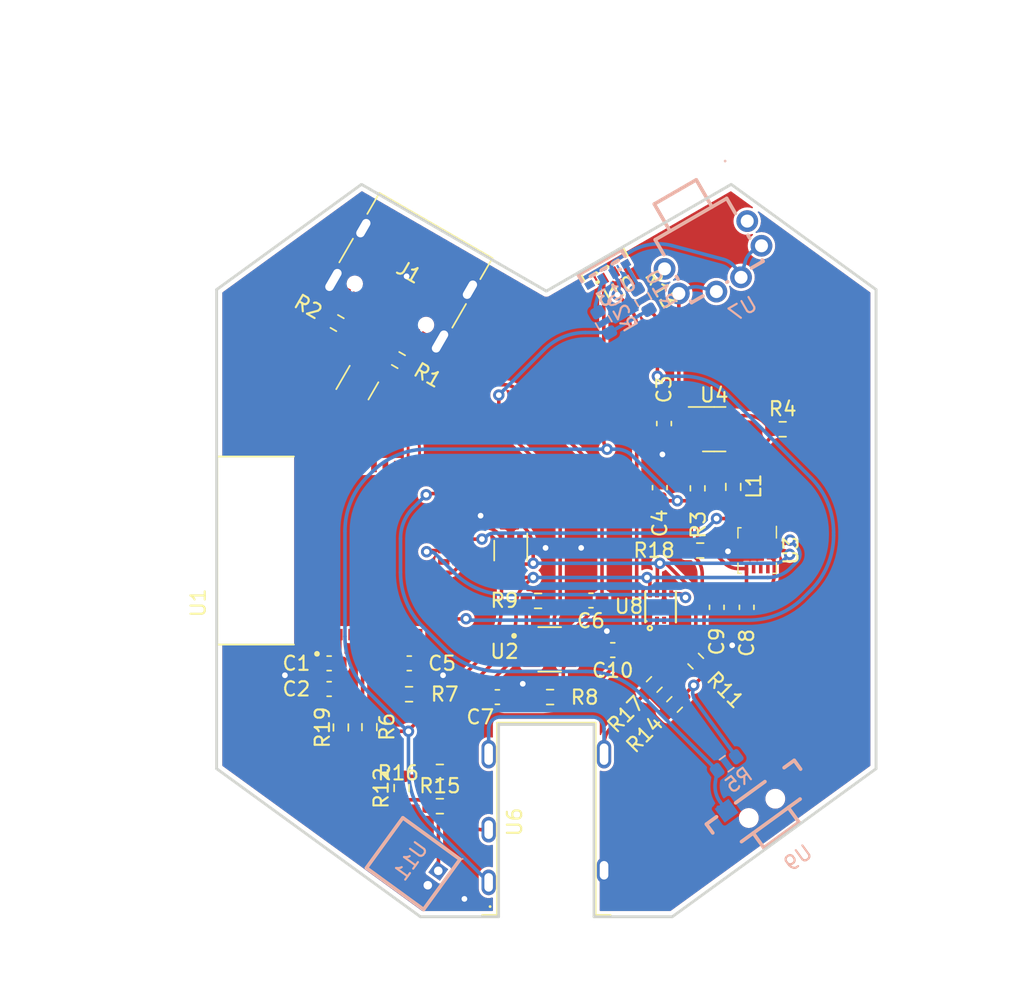
<source format=kicad_pcb>
(kicad_pcb (version 20221018) (generator pcbnew)
  (layers (0 "F.Cu" signal) (31 "B.Cu" signal) (34 "B.Paste" user) (35 "F.Paste" user) (36 "B.SilkS" user "B.Silkscreen") (37 "F.SilkS" user "F.Silkscreen") (38 "B.Mask" user) (39 "F.Mask" user) (44 "Edge.Cuts" user))
  (net 0 "")
  (net 1 "+3V3")
  (net 2 "GND")
  (net 3 "VCC")
  (net 4 "/EN")
  (net 5 "VBUS")
  (net 6 "/VCC_RAW")
  (net 7 "/STATUS_LED")
  (net 8 "Net-(J1-CC1)")
  (net 9 "/USB_D+")
  (net 10 "/USB_D-")
  (net 12 "Net-(J1-CC2)")
  (net 14 "/SCL")
  (net 15 "/BMI_INT_AUX")
  (net 16 "/SDA")
  (net 17 "Net-(U4-SW)")
  (net 18 "Net-(U4-FB)")
  (net 19 "/BOOT")
  (net 20 "/GPIO2")
  (net 21 "Net-(U2-ISET)")
  (net 22 "Net-(U2-TS)")
  (net 24 "/ADC")
  (net 31 "/BMI_INT_MAIN")
  (net 51 "Net-(R14-Pad2)")
  (net 52 "Net-(R15-Pad2)")
  (net 55 "/GPIO4")
  (net 56 "Net-(U1-3V3)")
  (net 57 "Net-(U3-VDD)")
  (net 61 "Net-(U2-~{CHG})")
  (net 62 "Net-(R10-Pad2)")
  (net 63 "Net-(R13-Pad1)")
  (net 64 "Net-(R20-Pad2)")
  (footprint "Resistor_SMD:R_0603_1608Metric" (layer "F.Cu") (at 128.70979 112.752935 180)
    (fp_text reference "R7")
    (fp_text value "5k1")
  )
  (footprint "Capacitor_SMD:C_0603_1608Metric" (layer "F.Cu") (at 150.30979 106.652936 -90)
    (fp_text reference "C9")
    (fp_text value "100n")
  )
  (footprint "Resistor_SMD:R_0603_1608Metric" (layer "F.Cu") (at 154.934789 94.152936)
    (fp_text reference "R4")
    (fp_text value "150k")
  )
  (footprint "Capacitor_SMD:C_0603_1608Metric" (layer "F.Cu") (at 123.100286 112.38619 180)
    (fp_text reference "C2")
    (fp_text value "1u")
  )
  (footprint "Resistor_SMD:R_0603_1608Metric" (layer "F.Cu") (at 147.347503 113.470534 -135)
    (fp_text reference "R14")
    (fp_text value "4k7")
  )
  (footprint "AUDIO-TH_ST-0277D00-052-142:AUDIO-TH_ST-0277D00-052-142" (layer "F.Cu") (at 138.346577 121.461182 90)
    (fp_text reference "U6")
    (fp_text value "ST-0277D00-052-142" hide)
  )
  (footprint "Resistor_SMD:R_0603_1608Metric" (layer "F.Cu") (at 151.467007 98.199357 90)
    (fp_text reference "R3")
    (fp_text value "680k")
  )
  (footprint "Resistor_SMD:R_0603_1608Metric" (layer "F.Cu") (at 128.184914 119.339515 90)
    (fp_text reference "R12")
    (fp_text value "5k1")
  )
  (footprint "Resistor_SMD:R_0603_1608Metric" (layer "F.Cu") (at 123.925284 115.086172 90)
    (fp_text reference "R19")
    (fp_text value "220")
  )
  (footprint "Resistor_SMD:R_0603_1608Metric" (layer "F.Cu") (at 138.609787 112.952931)
    (fp_text reference "R8")
    (fp_text value "680R" hide)
  )
  (footprint "Inductor_SMD:L_0603_1608Metric_Pad1.05x0.95mm_HandSolder" (layer "F.Cu") (at 148.966994 98.299366 -90)
    (fp_text reference "L1")
    (fp_text value "2.2uH")
  )
  (footprint "Resistor_SMD:R_0603_1608Metric" (layer "F.Cu") (at 148.83242 110.429976 135)
    (fp_text reference "R11")
    (fp_text value "5k1")
  )
  (footprint "Resistor_SMD:R_0603_1608Metric" (layer "F.Cu") (at 127.963191 89.298344 -30)
    (fp_text reference "R1")
    (fp_text value "5k1")
  )
  (footprint "LED-SMD_FM-3510RGBA-SG:LED-SMD_FM-3510RGBA-SG" (layer "F.Cu") (at 142.685492 83.33096 30)
    (fp_text reference "U10")
    (fp_text value "FM-3510RGBA-SG")
  )
  (footprint "Capacitor_SMD:C_0603_1608Metric" (layer "F.Cu") (at 146.309782 98.252937 90)
    (fp_text reference "C4")
    (fp_text value "10u")
  )
  (footprint "Resistor_SMD:R_0603_1608Metric" (layer "F.Cu") (at 137.767004 106.199348 180)
    (fp_text reference "R9")
    (fp_text value "10k")
  )
  (footprint "Resistor_SMD:R_0603_1608Metric" (layer "F.Cu") (at 130.871921 120.612314)
    (fp_text reference "R15")
    (fp_text value "4k7")
  )
  (footprint "Capacitor_SMD:C_0603_1608Metric" (layer "F.Cu") (at 152.409784 106.652938 -90)
    (fp_text reference "C8")
    (fp_text value "100n")
  )
  (footprint "Capacitor_SMD:C_0603_1608Metric" (layer "F.Cu") (at 134.909782 112.952935)
    (fp_text reference "C7")
    (fp_text value "1u")
  )
  (footprint "CosmicLSM_Footprints:SOT-363_SC-70-6" (layer "F.Cu") (at 135.846574 102.667177 -90)
    (fp_text reference "U5" hide)
    (fp_text value "SMF05CT1G" hide)
  )
  (footprint "Package_LGA:Bosch_LGA-14_3x2.5mm_P0.5mm" (layer "F.Cu") (at 153.146559 102.667178 -90)
    (fp_text reference "U3")
    (fp_text value "BMI270")
  )
  (footprint "Capacitor_SMD:C_0603_1608Metric" (layer "F.Cu") (at 146.609785 93.75293 -90)
    (fp_text reference "C3")
    (fp_text value "4.7u")
  )
  (footprint "DFN-8_L2.0-W2.0-P0.50-BL-EP:DFN-8_L2.0-W2.0-P0.50-BL-EP" (layer "F.Cu") (at 146.364809 106.632434)
    (fp_text reference "U8")
    (fp_text value "MAX17048G+T10")
  )
  (footprint "CosmicLSM_Footprints:SOT-363_SC-70-6" (layer "F.Cu") (at 125.202532 90.879929 60)
    (fp_text reference "U12" hide)
    (fp_text value "SMF05CT1G" hide)
  )
  (footprint "ESP32-C3-Mini-1-N4:XCVR_ESP32-C3-MINI-1-N4" (layer "F.Cu") (at 123.546546 102.667191 90)
    (fp_text reference "U1")
    (fp_text value "ESP32-C3-MINI-1-N4")
  )
  (footprint "Resistor_SMD:R_0603_1608Metric" (layer "F.Cu") (at 149.146559 102.667202)
    (fp_text reference "R18")
    (fp_text value "220")
  )
  (footprint "BQ21040DBVR:SOT95P280X145-6N" (layer "F.Cu") (at 138.579605 109.602335)
    (fp_text reference "U2")
    (fp_text value "BQ21040DBVR" hide)
  )
  (footprint "Capacitor_SMD:C_0603_1608Metric" (layer "F.Cu") (at 143.009791 109.652932 180)
    (fp_text reference "C10")
    (fp_text value "0.1u")
  )
  (footprint "Resistor_SMD:R_0603_1608Metric" (layer "F.Cu") (at 145.14387 85.048824 -60)
    (fp_text reference "R13")
    (fp_text value "3k")
  )
  (footprint "Resistor_SMD:R_0603_1608Metric" (layer "F.Cu") (at 130.871925 118.208158)
    (fp_text reference "R16")
    (fp_text value "220")
  )
  (footprint "Capacitor_SMD:C_0603_1608Metric" (layer "F.Cu") (at 128.725309 110.58618)
    (fp_text reference "C5")
    (fp_text value "1u")
  )
  (footprint "Capacitor_SMD:C_0603_1608Metric" (layer "F.Cu") (at 141.479135 106.171527 180)
    (fp_text reference "C6")
    (fp_text value "4.7u")
  )
  (footprint "Capacitor_SMD:C_0603_1608Metric" (layer "F.Cu") (at 123.100301 110.58619 180)
    (fp_text reference "C1")
    (fp_text value "100n")
  )
  (footprint "Resistor_SMD:R_0603_1608Metric" (layer "F.Cu") (at 145.92216 112.067454 -135)
    (fp_text reference "R17")
    (fp_text value "220")
  )
  (footprint "Resistor_SMD:R_0603_1608Metric" (layer "F.Cu") (at 125.92529 115.061181 -90)
    (fp_text reference "R6")
    (fp_text value "5k1")
  )
  (footprint "Package_TO_SOT_SMD:SOT-23-5" (layer "F.Cu") (at 150.129502 94.149353)
    (fp_text reference "U4")
    (fp_text value "M3406")
  )
  (footprint "Connector_USB:USB_C_Receptacle_G-Switch_GT-USB-7010ASV" (layer "F.Cu") (at 128.704167 83.12662 150)
    (fp_text reference "J1")
    (fp_text value "USB_C_Receptacle_USB2.0")
  )
  (footprint "Resistor_SMD:R_0603_1608Metric" (layer "F.Cu") (at 123.661404 86.699255 150)
    (fp_text reference "R2")
    (fp_text value "5k1")
  )
  (footprint "SW-SMD_YTSB001XXXX:SW-SMD_YTSB001XXXX" (layer "B.Cu") (at 153.242132 120.44404 36)
    (fp_text reference "U9")
    (fp_text value "TSB001A3526A02")
  )
  (footprint "LED-SMD_FM-3510RGBA-SG:LED-SMD_FM-3510RGBA-SG" (layer "B.Cu") (at 142.685492 83.33096 -150)
    (fp_text reference "U13")
    (fp_text value "FM-3510RGBA-SG")
  )
  (footprint "SW-TH_TK-6580A8-1:SW-TH_TK-6580A8-1" (layer "B.Cu") (at 150.34767 82.602256 30)
    (fp_text reference "U7")
    (fp_text value "TK-6580A8-1")
  )
  (footprint "Resistor_SMD:R_0603_1608Metric" (layer "B.Cu") (at 142.372597 86.648814 120)
    (fp_text reference "R20")
    (fp_text value "3k")
  )
  (footprint "Resistor_SMD:R_0603_1608Metric" (layer "B.Cu") (at 151.004468 117.62912 36)
    (fp_text reference "R5")
    (fp_text value "5k1")
  )
  (footprint "CONN-TH_1.25T-2AW:CONN-TH_1.25T-2AW" (layer "B.Cu") (at 130.392632 125.655563 -126)
    (fp_text reference "U11")
    (fp_text value "1_25T-2AW_C722634")
  )
  (footprint "Resistor_SMD:R_0603_1608Metric" (layer "B.Cu") (at 145.14387 85.048824 120)
    (fp_text reference "R10")
    (fp_text value "3k")
  )
  (gr_line (start 147.187063 128.373041) (end 161.491298 117.980419) (stroke (width 0.2)) (layer "Edge.Cuts"))
  (gr_line (start 141.69655 114.873046) (end 141.696547 128.373041) (stroke (width 0.2)) (layer "Edge.Cuts"))
  (gr_line (start 141.696547 128.373041) (end 147.187063 128.373041) (stroke (width 0.2)) (layer "Edge.Cuts"))
  (gr_line (start 151.322898 76.961337) (end 138.346556 84.45321) (stroke (width 0.2)) (layer "Edge.Cuts"))
  (gr_line (start 138.346556 84.45321) (end 125.370224 76.961326) (stroke (width 0.2)) (layer "Edge.Cuts"))
  (gr_line (start 115.201799 84.349101) (end 115.201805 117.98041) (stroke (width 0.2)) (layer "Edge.Cuts"))
  (gr_line (start 161.491298 117.980419) (end 161.491291 84.349117) (stroke (width 0.2)) (layer "Edge.Cuts"))
  (gr_line (start 134.996563 114.873035) (end 141.69655 114.873046) (stroke (width 0.2)) (layer "Edge.Cuts"))
  (gr_line (start 161.491291 84.349117) (end 151.322898 76.961337) (stroke (width 0.2)) (layer "Edge.Cuts"))
  (gr_line (start 134.996555 128.373035) (end 134.996563 114.873035) (stroke (width 0.2)) (layer "Edge.Cuts"))
  (gr_line (start 125.370224 76.961326) (end 115.201799 84.349101) (stroke (width 0.2)) (layer "Edge.Cuts"))
  (gr_line (start 115.201805 117.98041) (end 129.506052 128.373049) (stroke (width 0.2)) (layer "Edge.Cuts"))
  (gr_line (start 129.506052 128.373049) (end 134.996555 128.373035) (stroke (width 0.2)) (layer "Edge.Cuts"))
  (segment (start 148.80565 103.151284) (end 148.321563 102.667192) (width 0.25) (layer "F.Cu") (net 1))
  (segment (start 128.667006 115.352933) (end 126.587872 115.352933) (width 0.25) (layer "F.Cu") (net 1))
  (segment (start 133.655835 110.306886) (end 130.809784 113.152937) (width 0.25) (layer "F.Cu") (net 1))
  (segment (start 148.966994 101.609937) (end 148.966994 99.174366) (width 0.25) (layer "F.Cu") (net 1))
  (segment (start 148.657328 102.357536) (end 148.356892 102.657972) (width 0.25) (layer "F.Cu") (net 1))
  (segment (start 148.966998 99.280418) (end 148.966991 99.413633) (width 0.25) (layer "F.Cu") (net 1))
  (segment (start 149.278291 111.539735) (end 148.69101 112.127032) (width 0.25) (layer "F.Cu") (net 1))
  (segment (start 149.223061 99.024361) (end 151.466999 99.024367) (width 0.25) (layer "F.Cu") (net 1))
  (segment (start 129.282488 120.164522) (end 128.184921 120.164518) (width 0.25) (layer "F.Cu") (net 1))
  (segment (start 135.196572 104.408271) (end 135.19657 104.210496) (width 0.25) (layer "F.Cu") (net 1))
  (segment (start 125.925301 116.895536) (end 125.925302 115.886172) (width 0.25) (layer "F.Cu") (net 1))
  (segment (start 135.196576 106.587209) (end 135.196576 105.199372) (width 0.25) (layer "F.Cu") (net 1))
  (segment (start 126.639029 118.618627) (end 128.184921 120.164518) (width 0.25) (layer "F.Cu") (net 1))
  (segment (start 135.196566 103.814946) (end 135.196563 103.617171) (width 0.25) (layer "F.Cu") (net 1))
  (segment (start 142.378908 94.988075) (end 142.378905 83.580117) (width 0.25) (layer "F.Cu") (net 1))
  (segment (start 149.415793 111.207786) (end 149.415799 111.013336) (width 0.25) (layer "F.Cu") (net 1))
  (segment (start 148.334611 102.667202) (end 148.321559 102.667202) (width 0.25) (layer "F.Cu") (net 1))
  (segment (start 130.009785 113.952936) (end 128.687228 115.275492) (width 0.25) (layer "F.Cu") (net 1))
  (segment (start 128.667003 115.324326) (end 128.667006 115.352933) (width 0.25) (layer "F.Cu") (net 1))
  (segment (start 149.289736 105.7273) (end 149.289737 104.319982) (width 0.25) (layer "F.Cu") (net 1))
  (segment (start 129.572283 112.752936) (end 129.534779 112.752936) (width 0.25) (layer "F.Cu") (net 1))
  (segment (start 153.746026 100.828376) (end 152.109944 99.192294) (width 0.25) (layer "F.Cu") (net 1))
  (segment (start 135.196566 103.814946) (end 135.19657 104.210496) (width 0.25) (layer "F.Cu") (net 1))
  (segment (start 153.696268 105.844269) (end 153.617081 105.923455) (width 0.25) (layer "F.Cu") (net 1))
  (segment (start 126.119358 115.546996) (end 125.976598 115.689754) (width 0.25) (layer "F.Cu") (net 1))
  (segment (start 125.912798 115.898678) (end 125.925302 115.886174) (width 0.25) (layer "F.Cu") (net 1))
  (segment (start 129.823022 120.388419) (end 130.046919 120.612314) (width 0.25) (layer "F.Cu") (net 1))
  (segment (start 142.544346 95.38749) (end 142.709784 95.552935) (width 0.25) (layer "F.Cu") (net 1))
  (segment (start 148.69101 112.127032) (end 147.93086 112.887167) (width 0.25) (layer "F.Cu") (net 1))
  (segment (start 154.346556 104.274331) (end 154.346555 103.487264) (width 0.25) (layer "F.Cu") (net 1))
  (segment (start 130.009786 113.152936) (end 129.636306 112.779455) (width 0.25) (layer "F.Cu") (net 1))
  (segment (start 146.383008 99.101147) (end 146.309797 99.027924) (width 0.25) (layer "F.Cu") (net 1))
  (segment (start 135.196572 104.408271) (end 135.196576 105.199372) (width 0.25) (layer "F.Cu") (net 1))
  (segment (start 153.896559 101.191793) (end 153.896559 101.404678) (width 0.25) (layer "F.Cu") (net 1))
  (segment (start 130.009785 113.952936) (end 130.809784 113.152937) (width 0.25) (layer "F.Cu") (net 1))
  (segment (start 146.559763 99.17437) (end 148.967002 99.174368) (width 0.25) (layer "F.Cu") (net 1))
  (segment (start 125.88261 115.911181) (end 123.925305 115.911158) (width 0.25) (layer "F.Cu") (net 1))
  (segment (start 154.252805 103.260932) (end 154.159056 103.167182) (width 0.25) (layer "F.Cu") (net 1))
  (segment (start 149.415794 107.363389) (end 149.415803 111.013335) (width 0.25) (layer "F.Cu") (net 1))
  (segment (start 151.704507 99.024357) (end 151.467007 99.024357) (width 0.25) (layer "F.Cu") (net 1))
  (segment (start 125.925296 115.813616) (end 125.9253 115.886173) (width 0.25) (layer "F.Cu") (net 1))
  (segment (start 149.623877 106.444845) (end 149.560852 106.381821) (width 0.25) (layer "F.Cu") (net 1))
  (segment (start 150.126248 106.652931) (end 151.855968 106.652931) (width 0.25) (layer "F.Cu") (net 1))
  (via (at 147.541256 99.173609) (size 0.8) (drill 0.4) (layers "F.Cu" "B.Cu") (net 1))
  (via (at 148.69101 112.127032) (size 0.8) (drill 0.4) (layers "F.Cu" "B.Cu") (net 1))
  (via (at 128.667006 115.352933) (size 0.8) (drill 0.4) (layers "F.Cu" "B.Cu") (net 1))
  (via (at 142.609784 95.55293) (size 0.8) (drill 0.4) (layers "F.Cu" "B.Cu") (net 1))
  (arc (start 148.80565 103.151284) (mid 149.163927 103.687487) (end 149.289737 104.319982) (width 0.25) (layer "F.Cu") (net 1))
  (arc (start 149.289736 105.7273) (mid 149.360196 106.081525) (end 149.560852 106.381821) (width 0.25) (layer "F.Cu") (net 1))
  (arc (start 125.912798 115.898678) (mid 125.898947 115.907932) (end 125.88261 115.911181) (width 0.25) (layer "F.Cu") (net 1))
  (arc (start 151.855968 106.652931) (mid 152.809075 106.463346) (end 153.617081 105.923455) (width 0.25) (layer "F.Cu") (net 1))
  (arc (start 129.282488 120.164522) (mid 129.575022 120.222711) (end 129.823022 120.388419) (width 0.25) (layer "F.Cu") (net 1))
  (arc (start 130.809784 113.152937) (mid 130.409785 113.318622) (end 130.009786 113.152936) (width 0.25) (layer "F.Cu") (net 1))
  (arc (start 150.126248 106.652931) (mid 149.854368 106.707011) (end 149.623881 106.86102) (width 0.25) (layer "F.Cu") (net 1))
  (arc (start 152.109944 99.192294) (mid 151.923928 99.068002) (end 151.704507 99.024357) (width 0.25) (layer "F.Cu") (net 1))
  (arc (start 129.572283 112.752936) (mid 129.606932 112.759828) (end 129.636306 112.779455) (width 0.25) (layer "F.Cu") (net 1))
  (arc (start 154.252805 103.260932) (mid 154.32219 103.364774) (end 154.346555 103.487264) (width 0.25) (layer "F.Cu") (net 1))
  (arc (start 149.415794 107.363389) (mid 149.469874 107.091509) (end 149.623881 106.86102) (width 0.25) (layer "F.Cu") (net 1))
  (arc (start 153.746026 100.828376) (mid 153.857436 100.995113) (end 153.896559 101.191793) (width 0.25) (layer "F.Cu") (net 1))
  (arc (start 146.383008 99.101147) (mid 146.464102 99.15534) (end 146.559763 99.17437) (width 0.25) (layer "F.Cu") (net 1))
  (arc (start 142.378908 94.988075) (mid 142.421904 95.204235) (end 142.544346 95.38749) (width 0.25) (layer "F.Cu") (net 1))
  (arc (start 148.966994 101.609937) (mid 148.886514 102.014534) (end 148.657328 102.357536) (width 0.25) (layer "F.Cu") (net 1))
  (arc (start 149.042001 99.099358) (mid 149.125072 99.043852) (end 149.223061 99.024361) (width 0.25) (layer "F.Cu") (net 1))
  (arc (start 154.346556 104.274331) (mid 154.177553 105.123975) (end 153.696268 105.844269) (width 0.25) (layer "F.Cu") (net 1))
  (arc (start 149.042001 99.099358) (mid 148.986493 99.182429) (end 148.966998 99.280418) (width 0.25) (layer "F.Cu") (net 1))
  (arc (start 126.639029 118.618627) (mid 126.110792 117.828066) (end 125.925301 116.895536) (width 0.25) (layer "F.Cu") (net 1))
  (arc (start 148.334611 102.667202) (mid 148.346669 102.664803) (end 148.356892 102.657972) (width 0.25) (layer "F.Cu") (net 1))
  (arc (start 149.278291 111.539735) (mid 149.380054 111.387435) (end 149.415793 111.207786) (width 0.25) (layer "F.Cu") (net 1))
  (arc (start 128.667003 115.324326) (mid 128.672258 115.297897) (end 128.687228 115.275492) (width 0.25) (layer "F.Cu") (net 1))
  (arc (start 126.119358 115.546996) (mid 126.334314 115.403368) (end 126.587872 115.352933) (width 0.25) (layer "F.Cu") (net 1))
  (arc (start 125.925296 115.813616) (mid 125.938627 115.746582) (end 125.976598 115.689754) (width 0.25) (layer "F.Cu") (net 1))
  (arc (start 149.623877 106.444845) (mid 149.710072 106.652931) (end 149.623881 106.86102) (width 0.25) (layer "F.Cu") (net 1))
  (arc (start 135.196576 106.587209) (mid 134.79615 108.600283) (end 133.655835 110.306886) (width 0.25) (layer "F.Cu") (net 1))
  (arc (start 149.623877 106.444845) (mid 149.854367 106.598851) (end 150.126248 106.652931) (width 0.25) (layer "F.Cu") (net 1))
  (arc (start 130.009785 113.952936) (mid 130.17547 113.552936) (end 130.009786 113.152936) (width 0.25) (layer "F.Cu") (net 1))
  (segment (start 148.79548 113.185136) (end 151.671902 117.144195) (width 0.25) (layer "B.Cu") (net 1))
  (segment (start 135.368089 95.552933) (end 136.074502 95.552933) (width 0.25) (layer "B.Cu") (net 1))
  (segment (start 147.541256 99.173609) (end 147.541256 99.173602) (width 0.25) (layer "B.Cu") (net 1))
  (segment (start 130.260798 121.925443) (end 134.296524 125.961185) (width 0.25) (layer "B.Cu") (net 1))
  (segment (start 129.96375 95.552931) (end 131.765196 95.552932) (width 0.25) (layer "B.Cu") (net 1))
  (segment (start 142.609784 95.55293) (end 143.265185 95.552931) (width 0.25) (layer "B.Cu") (net 1))
  (segment (start 140.431357 95.552931) (end 136.074502 95.552933) (width 0.25) (layer "B.Cu") (net 1))
  (segment (start 148.631562 112.502366) (end 148.69101 112.127032) (width 0.25) (layer "B.Cu") (net 1))
  (segment (start 128.667006 115.352933) (end 128.638396 115.352932) (width 0.25) (layer "B.Cu") (net 1))
  (segment (start 142.609784 95.55293) (end 140.431357 95.552931) (width 0.25) (layer "B.Cu") (net 1))
  (segment (start 147.541256 99.173602) (end 144.384024 96.01637) (width 0.25) (layer "B.Cu") (net 1))
  (segment (start 128.589557 115.332701) (end 125.803579 112.546725) (width 0.25) (layer "B.Cu") (net 1))
  (segment (start 125.803577 97.459138) (end 126.115993 97.146721) (width 0.25) (layer "B.Cu") (net 1))
  (segment (start 131.765196 95.552932) (end 135.368089 95.552933) (width 0.25) (layer "B.Cu") (net 1))
  (segment (start 128.667006 115.352933) (end 128.667007 118.077683) (width 0.25) (layer "B.Cu") (net 1))
  (segment (start 124.209784 101.306894) (end 124.209785 108.698969) (width 0.25) (layer "B.Cu") (net 1))
  (arc (start 128.667007 118.077683) (mid 129.08122 120.160074) (end 130.260798 121.925443) (width 0.25) (layer "B.Cu") (net 1))
  (arc (start 148.79548 113.185136) (mid 148.645615 112.860053) (end 148.631562 112.502366) (width 0.25) (layer "B.Cu") (net 1))
  (arc (start 129.96375 95.552931) (mid 127.881359 95.967143) (end 126.115993 97.146721) (width 0.25) (layer "B.Cu") (net 1))
  (arc (start 124.209784 101.306894) (mid 124.623997 99.224503) (end 125.803577 97.459138) (width 0.25) (layer "B.Cu") (net 1))
  (arc (start 124.209785 108.698969) (mid 124.623999 110.781359) (end 125.803579 112.546725) (width 0.25) (layer "B.Cu") (net 1))
  (arc (start 128.589557 115.332701) (mid 128.611964 115.347673) (end 128.638396 115.352932) (width 0.25) (layer "B.Cu") (net 1))
  (arc (start 144.384024 96.01637) (mid 143.870696 95.673375) (end 143.265185 95.552931) (width 0.25) (layer "B.Cu") (net 1))
  (via (at 132.594619 127.120246) (size 0.8) (drill 0.4) (layers "F.Cu" "B.Cu") (net 2))
  (via (at 151.094619 102.720246) (size 0.8) (drill 0.4) (layers "F.Cu" "B.Cu") (net 2))
  (via (at 138.291298 102.480419) (size 0.8) (drill 0.4) (layers "F.Cu" "B.Cu") (net 2))
  (via (at 128.536667 83.416738) (size 0.8) (drill 0.4) (layers "F.Cu" "B.Cu") (net 2))
  (via (at 151.394619 109.320246) (size 0.8) (drill 0.4) (layers "F.Cu" "B.Cu") (net 2))
  (via (at 119.994619 111.420246) (size 0.8) (drill 0.4) (layers "F.Cu" "B.Cu") (net 2))
  (via (at 136.691298 112.020419) (size 0.8) (drill 0.4) (layers "F.Cu" "B.Cu") (net 2))
  (via (at 133.731298 100.220246) (size 0.8) (drill 0.4) (layers "F.Cu" "B.Cu") (net 2))
  (via (at 140.791298 102.480419) (size 0.8) (drill 0.4) (layers "F.Cu" "B.Cu") (net 2))
  (via (at 146.494619 95.920246) (size 0.8) (drill 0.4) (layers "F.Cu" "B.Cu") (net 2))
  (via (at 142.594619 108.320246) (size 0.8) (drill 0.4) (layers "F.Cu" "B.Cu") (net 2))
  (via (at 131.094619 111.420246) (size 0.8) (drill 0.4) (layers "F.Cu" "B.Cu") (net 2))
  (segment (start 149.905643 93.438004) (end 151.160939 94.693293) (width 0.25) (layer "F.Cu") (net 3))
  (segment (start 148.654503 93.199355) (end 149.329501 93.199354) (width 0.25) (layer "F.Cu") (net 3))
  (segment (start 147.646552 90.902531) (end 147.646549 84.623803) (width 0.25) (layer "F.Cu") (net 3))
  (segment (start 146.720495 93.088645) (end 146.609783 92.977936) (width 0.25) (layer "F.Cu") (net 3))
  (segment (start 148.753354 92.960709) (end 148.319276 92.526631) (width 0.25) (layer "F.Cu") (net 3))
  (segment (start 151.267004 94.949356) (end 151.267004 95.099355) (width 0.25) (layer "F.Cu") (net 3))
  (segment (start 148.654503 93.199355) (end 146.987776 93.199355) (width 0.25) (layer "F.Cu") (net 3))
  (arc (start 151.267004 94.949356) (mid 151.239439 94.810775) (end 151.160939 94.693293) (width 0.25) (layer "F.Cu") (net 3))
  (arc (start 148.654503 93.199355) (mid 148.783657 93.113056) (end 148.753354 92.960709) (width 0.25) (layer "F.Cu") (net 3))
  (arc (start 148.753354 92.960709) (mid 149.017691 93.137332) (end 149.329501 93.199354) (width 0.25) (layer "F.Cu") (net 3))
  (arc (start 146.987776 93.199355) (mid 146.843125 93.170582) (end 146.720495 93.088645) (width 0.25) (layer "F.Cu") (net 3))
  (arc (start 149.905643 93.438004) (mid 149.641306 93.261379) (end 149.329501 93.199354) (width 0.25) (layer "F.Cu") (net 3))
  (arc (start 148.319276 92.526631) (mid 147.821387 91.781487) (end 147.646552 90.902531) (width 0.25) (layer "F.Cu") (net 3))
  (segment (start 147.782412 84.487934) (end 147.646547 84.623795) (width 0.25) (layer "B.Cu") (net 3))
  (segment (start 149.198035 84.197587) (end 150.281664 84.487942) (width 0.25) (layer "B.Cu") (net 3))
  (segment (start 148.144563 84.336279) (end 147.646551 84.623804) (width 0.25) (layer "B.Cu") (net 3))
  (arc (start 149.198035 84.197587) (mid 148.657505 84.162159) (end 148.144563 84.336279) (width 0.25) (layer "B.Cu") (net 3))
  (segment (start 127.917547 112.72017) (end 127.884785 112.752928) (width 0.25) (layer "F.Cu") (net 4))
  (segment (start 127.950308 112.641083) (end 127.950305 110.586181) (width 0.25) (layer "F.Cu") (net 4))
  (segment (start 127.898425 110.534318) (end 127.950294 110.586188) (width 0.25) (layer "F.Cu") (net 4))
  (segment (start 127.846557 110.409093) (end 127.846558 108.567193) (width 0.25) (layer "F.Cu") (net 4))
  (arc (start 127.917547 112.72017) (mid 127.941794 112.683885) (end 127.950308 112.641083) (width 0.25) (layer "F.Cu") (net 4))
  (arc (start 127.898425 110.534318) (mid 127.860037 110.476864) (end 127.846557 110.409093) (width 0.25) (layer "F.Cu") (net 4))
  (segment (start 142.254142 99.551239) (end 142.254135 106.23281) (width 0.25) (layer "F.Cu") (net 5))
  (segment (start 124.918212 84.88409) (end 124.763215 85.152549) (width 0.25) (layer "F.Cu") (net 5))
  (segment (start 136.435677 91.478821) (end 140.66035 95.703486) (width 0.25) (layer "F.Cu") (net 5))
  (segment (start 128.029012 90.601797) (end 127.930804 90.503588) (width 0.25) (layer "F.Cu") (net 5))
  (segment (start 126.859164 90.216427) (end 126.240449 90.382196) (width 0.25) (layer "F.Cu") (net 5))
  (segment (start 129.149902 86.716196) (end 129.097454 86.520455) (width 0.25) (layer "F.Cu") (net 5))
  (segment (start 128.920119 87.552563) (end 128.610118 88.0895) (width 0.25) (layer "F.Cu") (net 5))
  (segment (start 135.347136 91.027932) (end 134.797876 91.027931) (width 0.25) (layer "F.Cu") (net 5))
  (segment (start 129.075124 87.284097) (end 128.920119 87.552563) (width 0.25) (layer "F.Cu") (net 5))
  (segment (start 128.610118 88.0895) (end 127.79814 89.495932) (width 0.25) (layer "F.Cu") (net 5))
  (segment (start 142.254135 106.23281) (end 139.834605 108.652338) (width 0.25) (layer "F.Cu") (net 5))
  (segment (start 128.520804 85.768952) (end 126.507517 84.606591) (width 0.25) (layer "F.Cu") (net 5))
  (segment (start 134.496084 91.152936) (end 129.359571 91.152936) (width 0.25) (layer "F.Cu") (net 5))
  (segment (start 125.372636 84.535401) (end 125.568382 84.482951) (width 0.25) (layer "F.Cu") (net 5))
  (arc (start 129.359571 91.152936) (mid 128.639477 91.009699) (end 128.029012 90.601797) (width 0.25) (layer "F.Cu") (net 5))
  (arc (start 126.859164 90.216427) (mid 127.400313 89.949571) (end 127.79814 89.495932) (width 0.25) (layer "F.Cu") (net 5))
  (arc (start 128.520804 85.768952) (mid 128.883871 86.087351) (end 129.097454 86.520455) (width 0.25) (layer "F.Cu") (net 5))
  (arc (start 134.496084 91.152936) (mid 134.577748 91.136691) (end 134.64698 91.090433) (width 0.25) (layer "F.Cu") (net 5))
  (arc (start 127.930804 90.503588) (mid 127.693448 90.022276) (end 127.79814 89.495932) (width 0.25) (layer "F.Cu") (net 5))
  (arc (start 134.797876 91.027931) (mid 134.716212 91.044174) (end 134.64698 91.090433) (width 0.25) (layer "F.Cu") (net 5))
  (arc (start 129.149902 86.716196) (mid 129.168997 87.007584) (end 129.075124 87.284097) (width 0.25) (layer "F.Cu") (net 5))
  (arc (start 124.918212 84.88409) (mid 125.110745 84.66455) (end 125.372636 84.535401) (width 0.25) (layer "F.Cu") (net 5))
  (arc (start 126.507517 84.606591) (mid 126.050246 84.451369) (end 125.568382 84.482951) (width 0.25) (layer "F.Cu") (net 5))
  (arc (start 142.254142 99.551239) (mid 141.83993 97.468849) (end 140.66035 95.703486) (width 0.25) (layer "F.Cu") (net 5))
  (arc (start 135.347136 91.027932) (mid 135.93625 91.145115) (end 136.435677 91.478821) (width 0.25) (layer "F.Cu") (net 5))
  (arc (start 126.859164 90.216427) (mid 127.433455 90.216437) (end 127.930804 90.503588) (width 0.25) (layer "F.Cu") (net 5))
  (segment (start 136.505715 109.816231) (end 134.40553 111.916413) (width 0.25) (layer "F.Cu") (net 6))
  (segment (start 135.500478 113.752927) (end 137.905825 113.752931) (width 0.25) (layer "F.Cu") (net 6))
  (segment (start 132.365706 114.722013) (end 133.999414 113.088304) (width 0.25) (layer "F.Cu") (net 6))
  (segment (start 144.99081 109.036101) (end 145.592952 108.433958) (width 0.25) (layer "F.Cu") (net 6))
  (segment (start 145.592952 108.433958) (end 145.990413 108.036498) (width 0.25) (layer "F.Cu") (net 6))
  (segment (start 143.616843 110.295877) (end 141.75358 112.159142) (width 0.25) (layer "F.Cu") (net 6))
  (segment (start 144.99081 109.036101) (end 144.582289 109.444623) (width 0.25) (layer "F.Cu") (net 6))
  (segment (start 143.331435 84.709589) (end 144.010585 85.388735) (width 0.25) (layer "F.Cu") (net 6))
  (segment (start 144.022293 109.652933) (end 144.079385 109.652933) (width 0.25) (layer "F.Cu") (net 6))
  (segment (start 134.534789 113.35293) (end 134.270158 113.088303) (width 0.25) (layer "F.Cu") (net 6))
  (segment (start 134.134786 112.570044) (end 134.134786 112.761488) (width 0.25) (layer "F.Cu") (net 6))
  (segment (start 130.765948 125.143986) (end 130.759981 125.149952) (width 0.25) (layer "F.Cu") (net 6))
  (segment (start 130.80121 125.108735) (end 130.759986 125.149953) (width 0.25) (layer "F.Cu") (net 6))
  (segment (start 146.614752 107.560044) (end 146.114882 107.560045) (width 0.25) (layer "F.Cu") (net 6))
  (segment (start 146.114865 107.736046) (end 146.114865 107.560046) (width 0.25) (layer "F.Cu") (net 6))
  (segment (start 137.022114 109.602335) (end 137.324614 109.602338) (width 0.25) (layer "F.Cu") (net 6))
  (segment (start 144.689736 87.028343) (end 144.689738 107.707107) (width 0.25) (layer "F.Cu") (net 6))
  (segment (start 130.771914 118.56977) (end 130.771914 125.129583) (width 0.25) (layer "F.Cu") (net 6))
  (via (at 143.331435 84.709589) (size 0.8) (drill 0.4) (layers "F.Cu" "B.Cu") (net 6))
  (arc (start 144.022293 109.652933) (mid 143.854352 109.722495) (end 143.784787 109.890435) (width 0.25) (layer "F.Cu") (net 6))
  (arc (start 146.114865 107.736046) (mid 146.08252 107.898649) (end 145.990413 108.036498) (width 0.25) (layer "F.Cu") (net 6))
  (arc (start 144.689738 107.707107) (mid 144.767984 108.100476) (end 144.99081 108.433958) (width 0.25) (layer "F.Cu") (net 6))
  (arc (start 145.592952 108.433958) (mid 145.291881 108.558666) (end 144.99081 108.433958) (width 0.25) (layer "F.Cu") (net 6))
  (arc (start 130.771914 118.56977) (mid 131.186127 116.487379) (end 132.365706 114.722013) (width 0.25) (layer "F.Cu") (net 6))
  (arc (start 141.75358 112.159142) (mid 139.988215 113.33872) (end 137.905825 113.752931) (width 0.25) (layer "F.Cu") (net 6))
  (arc (start 144.079385 109.652933) (mid 144.351554 109.598795) (end 144.582289 109.444623) (width 0.25) (layer "F.Cu") (net 6))
  (arc (start 137.022114 109.602335) (mid 136.742641 109.657923) (end 136.505715 109.816231) (width 0.25) (layer "F.Cu") (net 6))
  (arc (start 134.270158 113.088303) (mid 134.134786 113.032231) (end 133.999414 113.088304) (width 0.25) (layer "F.Cu") (net 6))
  (arc (start 144.689736 87.028343) (mid 144.51323 86.140993) (end 144.010585 85.388735) (width 0.25) (layer "F.Cu") (net 6))
  (arc (start 135.500478 113.752927) (mid 134.977852 113.648971) (end 134.534789 113.35293) (width 0.25) (layer "F.Cu") (net 6))
  (arc (start 144.99081 109.036101) (mid 145.115517 108.735029) (end 144.99081 108.433958) (width 0.25) (layer "F.Cu") (net 6))
  (arc (start 130.771914 125.129583) (mid 130.770363 125.137378) (end 130.765948 125.143986) (width 0.25) (layer "F.Cu") (net 6))
  (arc (start 133.999414 113.088304) (mid 134.099603 112.938359) (end 134.134786 112.761488) (width 0.25) (layer "F.Cu") (net 6))
  (arc (start 134.134786 112.570044) (mid 134.20515 112.216301) (end 134.40553 111.916413) (width 0.25) (layer "F.Cu") (net 6))
  (arc (start 134.134786 112.761488) (mid 134.169968 112.938359) (end 134.270158 113.088303) (width 0.25) (layer "F.Cu") (net 6))
  (arc (start 143.616843 110.295877) (mid 143.741137 110.109858) (end 143.784787 109.890435) (width 0.25) (layer "F.Cu") (net 6))
  (segment (start 152.09572 83.181908) (end 152.304074 82.404313) (width 0.25) (layer "B.Cu") (net 6))
  (segment (start 142.960813 83.027644) (end 143.054569 83.190026) (width 0.25) (layer "B.Cu") (net 6))
  (segment (start 143.426601 84.354422) (end 143.331435 84.709589) (width 0.25) (layer "B.Cu") (net 6))
  (segment (start 151.855305 83.21356) (end 151.69689 82.939178) (width 0.25) (layer "B.Cu") (net 6))
  (segment (start 150.767992 82.226408) (end 147.187728 81.267072) (width 0.25) (layer "B.Cu") (net 6))
  (segment (start 142.926529 82.643309) (end 142.915586 82.684146) (width 0.25) (layer "B.Cu") (net 6))
  (segment (start 143.337918 83.680821) (end 143.05456 83.19003) (width 0.25) (layer "B.Cu") (net 6))
  (segment (start 152.950927 81.56132) (end 153.448945 81.273792) (width 0.25) (layer "B.Cu") (net 6))
  (segment (start 144.334717 81.642675) (end 143.184999 82.306465) (width 0.25) (layer "B.Cu") (net 6))
  (arc (start 150.767992 82.226408) (mid 151.30333 82.490408) (end 151.69689 82.939178) (width 0.25) (layer "B.Cu") (net 6))
  (arc (start 152.950927 81.56132) (mid 152.543659 81.918482) (end 152.304074 82.404313) (width 0.25) (layer "B.Cu") (net 6))
  (arc (start 142.960813 83.027644) (mid 142.904035 82.860393) (end 142.915586 82.684146) (width 0.25) (layer "B.Cu") (net 6))
  (arc (start 143.337918 83.680821) (mid 143.449253 84.008801) (end 143.426601 84.354422) (width 0.25) (layer "B.Cu") (net 6))
  (arc (start 147.187728 81.267072) (mid 145.723866 81.171123) (end 144.334717 81.642675) (width 0.25) (layer "B.Cu") (net 6))
  (arc (start 151.855305 83.21356) (mid 151.986087 83.278054) (end 152.09572 83.181908) (width 0.25) (layer "B.Cu") (net 6))
  (arc (start 142.926529 82.643309) (mid 143.022263 82.44918) (end 143.184999 82.306465) (width 0.25) (layer "B.Cu") (net 6))
  (segment (start 132.709795 107.452932) (end 132.70266 107.460063) (width 0.25) (layer "F.Cu") (net 7))
  (segment (start 132.685437 107.467194) (end 131.146542 107.467194) (width 0.25) (layer "F.Cu") (net 7))
  (segment (start 145.850124 86.057035) (end 145.556376 85.763287) (width 0.25) (layer "F.Cu") (net 7))
  (segment (start 146.143873 86.766207) (end 146.143873 90.430419) (width 0.25) (layer "F.Cu") (net 7))
  (via (at 146.143873 90.430419) (size 0.8) (drill 0.4) (layers "F.Cu" "B.Cu") (net 7))
  (via (at 132.709795 107.452932) (size 0.8) (drill 0.4) (layers "F.Cu" "B.Cu") (net 7))
  (arc (start 145.850124 86.057035) (mid 146.06753 86.382406) (end 146.143873 86.766207) (width 0.25) (layer "F.Cu") (net 7))
  (arc (start 132.685437 107.467194) (mid 132.694757 107.46534) (end 132.70266 107.460063) (width 0.25) (layer "F.Cu") (net 7))
  (segment (start 132.759788 107.502934) (end 132.709795 107.452932) (width 0.25) (layer "B.Cu") (net 7))
  (segment (start 156.915991 105.446727) (end 156.403575 105.959144) (width 0.25) (layer "B.Cu") (net 7))
  (segment (start 147.968649 90.430419) (end 146.143873 90.430419) (width 0.25) (layer "B.Cu") (net 7))
  (segment (start 152.55582 107.552937) (end 132.880488 107.552937) (width 0.25) (layer "B.Cu") (net 7))
  (segment (start 158.509785 101.400744) (end 158.509784 101.59897) (width 0.25) (layer "B.Cu") (net 7))
  (segment (start 151.083736 91.72073) (end 156.915994 97.552988) (width 0.25) (layer "B.Cu") (net 7))
  (arc (start 151.083736 91.72073) (mid 149.654522 90.765759) (end 147.968649 90.430419) (width 0.25) (layer "B.Cu") (net 7))
  (arc (start 158.509785 101.400744) (mid 158.095582 99.318347) (end 156.915994 97.552988) (width 0.25) (layer "B.Cu") (net 7))
  (arc (start 156.403575 105.959144) (mid 154.63821 107.138724) (end 152.55582 107.552937) (width 0.25) (layer "B.Cu") (net 7))
  (arc (start 158.509784 101.59897) (mid 158.09557 103.681361) (end 156.915991 105.446727) (width 0.25) (layer "B.Cu") (net 7))
  (arc (start 132.759788 107.502934) (mid 132.815164 107.539941) (end 132.880488 107.552937) (width 0.25) (layer "B.Cu") (net 7))
  (segment (start 127.181138 88.633719) (end 127.248708 88.885853) (width 0.25) (layer "F.Cu") (net 8))
  (segment (start 127.244087 88.155527) (end 127.924204 86.977573) (width 0.25) (layer "F.Cu") (net 8))
  (arc (start 127.244087 88.155527) (mid 127.16505 88.388361) (end 127.181138 88.633719) (width 0.25) (layer "F.Cu") (net 8))
  (segment (start 128.646553 95.604757) (end 128.646555 96.767179) (width 0.2) (layer "F.Cu") (net 9))
  (segment (start 126.404801 87.497525) (end 125.114604 89.73222) (width 0.2) (layer "F.Cu") (net 9))
  (segment (start 125.924809 86.440592) (end 126.192145 85.977592) (width 0.2) (layer "F.Cu") (net 9))
  (segment (start 126.556858 87.12013) (end 126.518699 87.130357) (width 0.2) (layer "F.Cu") (net 9))
  (segment (start 126.298652 87.101386) (end 126.065865 86.966971) (width 0.2) (layer "F.Cu") (net 9))
  (segment (start 125.078211 89.76861) (end 125.114599 89.732209) (width 0.2) (layer "F.Cu") (net 9))
  (segment (start 126.790853 86.940571) (end 127.058161 86.477575) (width 0.2) (layer "F.Cu") (net 9))
  (segment (start 127.824597 93.620378) (end 125.406911 91.202685) (width 0.2) (layer "F.Cu") (net 9))
  (segment (start 125.041828 90.321309) (end 125.041823 89.85648) (width 0.2) (layer "F.Cu") (net 9))
  (arc (start 125.078211 89.76861) (mid 125.051279 89.808926) (end 125.041823 89.85648) (width 0.2) (layer "F.Cu") (net 9))
  (arc (start 126.518699 87.130357) (mid 126.445764 87.186326) (end 126.433768 87.277475) (width 0.2) (layer "F.Cu") (net 9))
  (arc (start 126.298652 87.101386) (mid 126.383721 87.175994) (end 126.433768 87.277475) (width 0.2) (layer "F.Cu") (net 9))
  (arc (start 126.298652 87.101386) (mid 126.405793 87.137759) (end 126.518699 87.130357) (width 0.2) (layer "F.Cu") (net 9))
  (arc (start 125.041828 90.321309) (mid 125.136712 90.798306) (end 125.406911 91.202685) (width 0.2) (layer "F.Cu") (net 9))
  (arc (start 126.433768 87.277475) (mid 126.441171 87.390381) (end 126.404801 87.497525) (width 0.2) (layer "F.Cu") (net 9))
  (arc (start 127.824597 93.620378) (mid 128.432933 94.530819) (end 128.646553 95.604757) (width 0.2) (layer "F.Cu") (net 9))
  (arc (start 125.88632 86.732988) (mid 125.87648 86.582961) (end 125.924809 86.440592) (width 0.2) (layer "F.Cu") (net 9))
  (arc (start 126.556858 87.12013) (mid 126.691713 87.053622) (end 126.790853 86.940571) (width 0.2) (layer "F.Cu") (net 9))
  (arc (start 126.065865 86.966971) (mid 125.952824 86.867833) (end 125.88632 86.732988) (width 0.2) (layer "F.Cu") (net 9))
  (segment (start 125.604746 90.181474) (end 125.604741 90.40897) (width 0.2) (layer "F.Cu") (net 10))
  (segment (start 127.758503 86.264532) (end 127.711625 86.345732) (width 0.2) (layer "F.Cu") (net 10))
  (segment (start 125.801991 90.885189) (end 128.655497 93.738686) (width 0.2) (layer "F.Cu") (net 10))
  (segment (start 127.617463 85.738158) (end 127.41887 85.623501) (width 0.2) (layer "F.Cu") (net 10))
  (segment (start 127.491185 86.727557) (end 127.617867 86.508132) (width 0.2) (layer "F.Cu") (net 10))
  (segment (start 129.446551 95.64846) (end 129.446549 96.76718) (width 0.2) (layer "F.Cu") (net 10))
  (segment (start 125.676362 89.870906) (end 127.144057 87.328805) (width 0.2) (layer "F.Cu") (net 10))
  (segment (start 125.641137 90.09361) (end 125.677526 90.057213) (width 0.2) (layer "F.Cu") (net 10))
  (segment (start 127.711625 86.345732) (end 127.617867 86.508132) (width 0.2) (layer "F.Cu") (net 10))
  (segment (start 125.660295 89.992893) (end 125.677522 90.057214) (width 0.2) (layer "F.Cu") (net 10))
  (segment (start 127.491185 86.727557) (end 127.144057 87.328805) (width 0.2) (layer "F.Cu") (net 10))
  (segment (start 126.892497 85.764543) (end 126.625162 86.227583) (width 0.2) (layer "F.Cu") (net 10))
  (arc (start 127.126473 85.585008) (mid 127.2765 85.575174) (end 127.41887 85.623501) (width 0.2) (layer "F.Cu") (net 10))
  (arc (start 127.758503 86.264532) (mid 127.806829 86.122161) (end 127.796997 85.972133) (width 0.2) (layer "F.Cu") (net 10))
  (arc (start 125.641137 90.09361) (mid 125.614204 90.133923) (end 125.604746 90.181474) (width 0.2) (layer "F.Cu") (net 10))
  (arc (start 125.801991 90.885189) (mid 125.656001 90.666697) (end 125.604741 90.40897) (width 0.2) (layer "F.Cu") (net 10))
  (arc (start 125.676362 89.870906) (mid 125.656198 89.930302) (end 125.660295 89.992893) (width 0.2) (layer "F.Cu") (net 10))
  (arc (start 128.655497 93.738686) (mid 129.240963 94.614897) (end 129.446551 95.64846) (width 0.2) (layer "F.Cu") (net 10))
  (arc (start 126.892497 85.764543) (mid 126.991629 85.651505) (end 127.126473 85.585008) (width 0.2) (layer "F.Cu") (net 10))
  (arc (start 127.617463 85.738158) (mid 127.730501 85.837289) (end 127.796997 85.972133) (width 0.2) (layer "F.Cu") (net 10))
  (segment (start 124.379859 87.110687) (end 124.375866 87.111757) (width 0.25) (layer "F.Cu") (net 12))
  (segment (start 124.385918 87.106036) (end 125.326119 85.477566) (width 0.25) (layer "F.Cu") (net 12))
  (arc (start 124.379859 87.110687) (mid 124.383351 87.108964) (end 124.385918 87.106036) (width 0.25) (layer "F.Cu") (net 12))
  (segment (start 148.544407 109.55127) (end 148.28657 109.809107) (width 0.25) (layer "F.Cu") (net 14))
  (segment (start 136.753596 100.98961) (end 136.328231 100.564245) (width 0.25) (layer "F.Cu") (net 14))
  (segment (start 154.965543 102.667177) (end 154.159058 102.667189) (width 0.25) (layer "F.Cu") (net 14))
  (segment (start 146.12731 105.692383) (end 146.114879 105.704822) (width 0.25) (layer "F.Cu") (net 14))
  (segment (start 146.31474 103.561171) (end 146.52796 103.561176) (width 0.25) (layer "F.Cu") (net 14))
  (segment (start 137.397286 103.589177) (end 137.425297 103.561169) (width 0.25) (layer "F.Cu") (net 14))
  (segment (start 146.891949 103.711951) (end 148.59 105.41) (width 0.25) (layer "F.Cu") (net 14))
  (segment (start 146.139742 105.662359) (end 146.139745 103.859894) (width 0.25) (layer "F.Cu") (net 14))
  (segment (start 148.839745 108.838262) (end 148.839738 106.012919) (width 0.25) (layer "F.Cu") (net 14))
  (segment (start 146.227243 103.648664) (end 146.31474 103.561171) (width 0.25) (layer "F.Cu") (net 14))
  (segment (start 133.679678 99.467182) (end 131.146558 99.467186) (width 0.25) (layer "F.Cu") (net 14))
  (segment (start 137.329663 103.617185) (end 136.496558 103.61718) (width 0.25) (layer "F.Cu") (net 14))
  (segment (start 155.289217 102.801242) (end 155.423288 102.93531) (width 0.25) (layer "F.Cu") (net 14))
  (segment (start 137.425297 102.61124) (end 137.425297 103.561169) (width 0.25) (layer "F.Cu") (net 14))
  (segment (start 148.105502 109.884107) (end 146.505525 111.484086) (width 0.25) (layer "F.Cu") (net 14))
  (via (at 146.31474 103.561171) (size 0.8) (drill 0.4) (layers "F.Cu" "B.Cu") (net 14))
  (via (at 155.423288 102.93531) (size 0.8) (drill 0.4) (layers "F.Cu" "B.Cu") (net 14))
  (via (at 137.425297 103.561169) (size 0.8) (drill 0.4) (layers "F.Cu" "B.Cu") (net 14))
  (arc (start 148.544407 109.55127) (mid 148.762989 109.224139) (end 148.839745 108.838262) (width 0.25) (layer "F.Cu") (net 14))
  (arc (start 148.59 105.41) (mid 148.774833 105.686622) (end 148.839738 106.012919) (width 0.25) (layer "F.Cu") (net 14))
  (arc (start 155.289217 102.801242) (mid 155.140713 102.702018) (end 154.965543 102.667177) (width 0.25) (layer "F.Cu") (net 14))
  (arc (start 146.139742 105.662359) (mid 146.136511 105.678607) (end 146.12731 105.692383) (width 0.25) (layer "F.Cu") (net 14))
  (arc (start 137.425297 102.61124) (mid 137.250728 101.73362) (end 136.753596 100.98961) (width 0.25) (layer "F.Cu") (net 14))
  (arc (start 148.196036 109.846607) (mid 148.245032 109.836861) (end 148.28657 109.809107) (width 0.25) (layer "F.Cu") (net 14))
  (arc (start 146.891949 103.711951) (mid 146.724949 103.600363) (end 146.52796 103.561176) (width 0.25) (layer "F.Cu") (net 14))
  (arc (start 148.196036 109.846607) (mid 148.147039 109.856352) (end 148.105502 109.884107) (width 0.25) (layer "F.Cu") (net 14))
  (arc (start 146.227243 103.648664) (mid 146.162485 103.745577) (end 146.139745 103.859894) (width 0.25) (layer "F.Cu") (net 14))
  (arc (start 133.679678 99.467182) (mid 135.113064 99.752298) (end 136.328231 100.564245) (width 0.25) (layer "F.Cu") (net 14))
  (arc (start 137.397286 103.589177) (mid 137.36626 103.609906) (end 137.329663 103.617185) (width 0.25) (layer "F.Cu") (net 14))
  (segment (start 137.425297 103.561169) (end 146.31474 103.561171) (width 0.25) (layer "B.Cu") (net 14))
  (segment (start 146.315306 103.560608) (end 146.31474 103.561171) (width 0.25) (layer "B.Cu") (net 14))
  (segment (start 155.110917 103.247674) (end 155.423288 102.93531) (width 0.25) (layer "B.Cu") (net 14))
  (segment (start 154.356792 103.560039) (end 146.316669 103.560045) (width 0.25) (layer "B.Cu") (net 14))
  (arc (start 146.315306 103.560608) (mid 146.315932 103.560191) (end 146.316669 103.560045) (width 0.25) (layer "B.Cu") (net 14))
  (arc (start 154.356792 103.560039) (mid 154.76492 103.478858) (end 155.110917 103.247674) (width 0.25) (layer "B.Cu") (net 14))
  (segment (start 134.086963 101.067187) (end 131.146547 101.067192) (width 0.25) (layer "F.Cu") (net 15))
  (segment (start 134.871573 101.392184) (end 135.196568 101.717182) (width 0.25) (layer "F.Cu") (net 15))
  (arc (start 134.871573 101.392184) (mid 134.511591 101.151651) (end 134.086963 101.067187) (width 0.25) (layer "F.Cu") (net 15))
  (segment (start 130.046916 116.661971) (end 130.046916 117.991498) (width 0.25) (layer "F.Cu") (net 16))
  (segment (start 145.614739 104.902112) (end 145.614745 105.704824) (width 0.25) (layer "F.Cu") (net 16))
  (segment (start 135.688868 103.124871) (end 135.728256 103.164261) (width 0.25) (layer "F.Cu") (net 16))
  (segment (start 137.425296 104.560684) (end 136.885995 104.560685) (width 0.25) (layer "F.Cu") (net 16))
  (segment (start 131.140221 114.022496) (end 135.071899 110.090814) (width 0.25) (layer "F.Cu") (net 16))
  (segment (start 136.150992 104.256241) (end 135.964849 104.0701) (width 0.25) (layer "F.Cu") (net 16))
  (segment (start 155.450295 101.936162) (end 155.334789 102.051674) (width 0.25) (layer "F.Cu") (net 16))
  (segment (start 136.790106 105.133786) (end 137.341256 104.582637) (width 0.25) (layer "F.Cu") (net 16))
  (segment (start 135.846557 103.784486) (end 135.846563 103.449872) (width 0.25) (layer "F.Cu") (net 16))
  (segment (start 137.425296 104.560684) (end 137.394252 104.560685) (width 0.25) (layer "F.Cu") (net 16))
  (segment (start 131.432921 104.267192) (end 131.146551 104.267197) (width 0.25) (layer "F.Cu") (net 16))
  (segment (start 145.514742 104.660685) (end 145.414746 104.560681) (width 0.25) (layer "F.Cu") (net 16))
  (segment (start 133.938522 102.967182) (end 135.30817 102.967177) (width 0.25) (layer "F.Cu") (net 16))
  (segment (start 136.217 107.3263) (end 136.217002 106.517373) (width 0.25) (layer "F.Cu") (net 16))
  (segment (start 131.921784 104.064692) (end 132.369288 103.617186) (width 0.25) (layer "F.Cu") (net 16))
  (segment (start 155.055929 102.167187) (end 154.159065 102.167188) (width 0.25) (layer "F.Cu") (net 16))
  (segment (start 129.523906 118.514521) (end 128.184914 118.514522) (width 0.25) (layer "F.Cu") (net 16))
  (via (at 137.425296 104.560684) (size 0.8) (drill 0.4) (layers "F.Cu" "B.Cu") (net 16))
  (via (at 145.414746 104.560681) (size 0.8) (drill 0.4) (layers "F.Cu" "B.Cu") (net 16))
  (via (at 155.450295 101.936162) (size 0.8) (drill 0.4) (layers "F.Cu" "B.Cu") (net 16))
  (arc (start 135.688868 103.124871) (mid 135.514203 103.00816) (end 135.30817 102.967177) (width 0.25) (layer "F.Cu") (net 16))
  (arc (start 136.150992 104.256241) (mid 136.488215 104.481563) (end 136.885995 104.560685) (width 0.25) (layer "F.Cu") (net 16))
  (arc (start 132.369288 103.617186) (mid 133.089258 103.136114) (end 133.938522 102.967182) (width 0.25) (layer "F.Cu") (net 16))
  (arc (start 129.523906 118.514521) (mid 129.724055 118.474707) (end 129.893731 118.36133) (width 0.25) (layer "F.Cu") (net 16))
  (arc (start 129.893731 118.36133) (mid 130.007104 118.191648) (end 130.046916 117.991498) (width 0.25) (layer "F.Cu") (net 16))
  (arc (start 145.514742 104.660685) (mid 145.58875 104.771453) (end 145.614739 104.902112) (width 0.25) (layer "F.Cu") (net 16))
  (arc (start 135.846557 103.784486) (mid 135.877293 103.939059) (end 135.964849 104.0701) (width 0.25) (layer "F.Cu") (net 16))
  (arc (start 131.140221 114.022496) (mid 130.331056 115.233497) (end 130.046916 116.661971) (width 0.25) (layer "F.Cu") (net 16))
  (arc (start 155.334789 102.051674) (mid 155.206848 102.137166) (end 155.055929 102.167187) (width 0.25) (layer "F.Cu") (net 16))
  (arc (start 135.846563 103.449872) (mid 135.815812 103.295301) (end 135.728256 103.164261) (width 0.25) (layer "F.Cu") (net 16))
  (arc (start 137.394252 104.560685) (mid 137.36557 104.56639) (end 137.341256 104.582637) (width 0.25) (layer "F.Cu") (net 16))
  (arc (start 136.790106 105.133786) (mid 136.365947 105.76858) (end 136.217002 106.517373) (width 0.25) (layer "F.Cu") (net 16))
  (arc (start 131.921784 104.064692) (mid 131.697492 104.214561) (end 131.432921 104.267192) (width 0.25) (layer "F.Cu") (net 16))
  (arc (start 136.217 107.3263) (mid 135.919397 108.822444) (end 135.071899 110.090814) (width 0.25) (layer "F.Cu") (net 16))
  (segment (start 145.414746 104.560681) (end 137.425296 104.560684) (width 0.25) (layer "B.Cu") (net 16))
  (segment (start 145.414746 104.560681) (end 153.886266 104.560672) (width 0.25) (layer "B.Cu") (net 16))
  (segment (start 155.450295 101.936162) (end 155.935653 102.42152) (width 0.25) (layer "B.Cu") (net 16))
  (segment (start 155.93564 103.448265) (end 155.485755 103.898145) (width 0.25) (layer "B.Cu") (net 16))
  (arc (start 155.485755 103.898145) (mid 154.751902 104.388486) (end 153.886266 104.560672) (width 0.25) (layer "B.Cu") (net 16))
  (arc (start 155.93564 103.448265) (mid 156.093023 103.212728) (end 156.148293 102.934893) (width 0.25) (layer "B.Cu") (net 16))
  (arc (start 155.935653 102.42152) (mid 156.093032 102.657057) (end 156.148293 102.934893) (width 0.25) (layer "B.Cu") (net 16))
  (segment (start 148.992008 97.381681) (end 148.992009 95.099357) (width 0.25) (layer "F.Cu") (net 17))
  (segment (start 148.979503 97.411861) (end 148.966999 97.42436) (width 0.25) (layer "F.Cu") (net 17))
  (arc (start 148.979503 97.411861) (mid 148.988757 97.398015) (end 148.992008 97.381681) (width 0.25) (layer "F.Cu") (net 17))
  (segment (start 153.632993 93.676144) (end 153.905198 93.94835) (width 0.25) (layer "F.Cu") (net 18))
  (segment (start 153.905208 94.936152) (end 151.466999 97.37436) (width 0.25) (layer "F.Cu") (net 18))
  (segment (start 152.481932 93.199358) (end 151.267 93.199358) (width 0.25) (layer "F.Cu") (net 18))
  (arc (start 154.109784 94.442251) (mid 154.056618 94.709548) (end 153.905208 94.936152) (width 0.25) (layer "F.Cu") (net 18))
  (arc (start 154.109784 94.442251) (mid 154.056611 94.174953) (end 153.905198 93.94835) (width 0.25) (layer "F.Cu") (net 18))
  (arc (start 152.481932 93.199358) (mid 153.104882 93.32327) (end 153.632993 93.676144) (width 0.25) (layer "F.Cu") (net 18))
  (segment (start 129.909785 98.752931) (end 129.952653 98.71006) (width 0.25) (layer "F.Cu") (net 19))
  (segment (start 130.056147 98.66719) (end 131.146548 98.667202) (width 0.25) (layer "F.Cu") (net 19))
  (via (at 129.909785 98.752931) (size 0.8) (drill 0.4) (layers "F.Cu" "B.Cu") (net 19))
  (arc (start 130.056147 98.66719) (mid 130.000136 98.678331) (end 129.952653 98.71006) (width 0.25) (layer "F.Cu") (net 19))
  (segment (start 128.109786 104.198975) (end 128.109786 101.825722) (width 0.25) (layer "B.Cu") (net 19))
  (segment (start 150.2105 118.912904) (end 150.337029 118.11404) (width 0.25) (layer "B.Cu") (net 19))
  (segment (start 150.410849 120.691117) (end 150.410856 120.739761) (width 0.25) (layer "B.Cu") (net 19))
  (segment (start 131.215991 109.559143) (end 129.703579 108.046731) (width 0.25) (layer "B.Cu") (net 19))
  (segment (start 129.009785 99.652931) (end 129.909785 98.752931) (width 0.25) (layer "B.Cu") (net 19))
  (segment (start 144.969705 112.746724) (end 150.337029 118.114045) (width 0.25) (layer "B.Cu") (net 19))
  (segment (start 141.121948 111.152932) (end 135.063747 111.152935) (width 0.25) (layer "B.Cu") (net 19))
  (segment (start 150.544429 120.303829) (end 150.999464 120.930133) (width 0.25) (layer "B.Cu") (net 19))
  (arc (start 150.2105 118.912904) (mid 150.239128 119.641578) (end 150.544429 120.303829) (width 0.25) (layer "B.Cu") (net 19))
  (arc (start 131.215991 109.559143) (mid 132.981356 110.738722) (end 135.063747 111.152935) (width 0.25) (layer "B.Cu") (net 19))
  (arc (start 129.009785 99.652931) (mid 128.343688 100.649816) (end 128.109786 101.825722) (width 0.25) (layer "B.Cu") (net 19))
  (arc (start 129.703579 108.046731) (mid 128.523999 106.281365) (end 128.109786 104.198975) (width 0.25) (layer "B.Cu") (net 19))
  (arc (start 144.969705 112.746724) (mid 143.204339 111.567145) (end 141.121948 111.152932) (width 0.25) (layer "B.Cu") (net 19))
  (segment (start 125.446569 113.418912) (end 125.446549 108.567178) (width 0.25) (layer "F.Cu") (net 20))
  (segment (start 125.685933 113.996799) (end 125.925295 114.23617) (width 0.25) (layer "F.Cu") (net 20))
  (arc (start 125.446569 113.418912) (mid 125.508778 113.731661) (end 125.685933 113.996799) (width 0.25) (layer "F.Cu") (net 20))
  (segment (start 139.684697 110.702242) (end 139.834606 110.552333) (width 0.25) (layer "F.Cu") (net 21))
  (segment (start 139.534788 111.064153) (end 139.534788 112.452938) (width 0.25) (layer "F.Cu") (net 21))
  (arc (start 139.534788 111.064153) (mid 139.573748 110.868288) (end 139.684697 110.702242) (width 0.25) (layer "F.Cu") (net 21))
  (segment (start 136.942005 107.999183) (end 136.941986 106.199363) (width 0.25) (layer "F.Cu") (net 22))
  (segment (start 137.13331 108.46103) (end 137.324611 108.652335) (width 0.25) (layer "F.Cu") (net 22))
  (arc (start 137.13331 108.46103) (mid 136.991725 108.249132) (end 136.942005 107.999183) (width 0.25) (layer "F.Cu") (net 22))
  (segment (start 151.918883 100.84451) (end 152.367407 101.293034) (width 0.25) (layer "F.Cu") (net 31))
  (segment (start 133.822286 101.864189) (end 133.825296 101.86119) (width 0.25) (layer "F.Cu") (net 31))
  (segment (start 150.294619 100.420246) (end 150.894619 100.420246) (width 0.25) (layer "F.Cu") (net 31))
  (segment (start 152.396568 101.363434) (end 152.396568 101.404674) (width 0.25) (layer "F.Cu") (net 31))
  (segment (start 133.815026 101.867187) (end 131.146556 101.867185) (width 0.25) (layer "F.Cu") (net 31))
  (via (at 133.825296 101.86119) (size 0.8) (drill 0.4) (layers "F.Cu" "B.Cu") (net 31))
  (via (at 150.294619 100.420246) (size 0.8) (drill 0.4) (layers "F.Cu" "B.Cu") (net 31))
  (arc (start 152.396568 101.363434) (mid 152.388989 101.325333) (end 152.367407 101.293034) (width 0.25) (layer "F.Cu") (net 31))
  (arc (start 133.822286 101.864189) (mid 133.818953 101.866408) (end 133.815026 101.867187) (width 0.25) (layer "F.Cu") (net 31))
  (arc (start 150.894619 100.420246) (mid 151.448946 100.530508) (end 151.918883 100.84451) (width 0.25) (layer "F.Cu") (net 31))
  (segment (start 133.825296 101.86119) (end 133.889485 101.86119) (width 0.25) (layer "B.Cu") (net 31))
  (segment (start 148.549208 101.442684) (end 134.668109 101.442684) (width 0.25) (layer "B.Cu") (net 31))
  (segment (start 149.7834 100.931465) (end 150.294619 100.420246) (width 0.25) (layer "B.Cu") (net 31))
  (segment (start 134.162928 101.651937) (end 133.999063 101.815801) (width 0.25) (layer "B.Cu") (net 31))
  (arc (start 133.889485 101.86119) (mid 133.948788 101.849393) (end 133.999063 101.815801) (width 0.25) (layer "B.Cu") (net 31))
  (arc (start 149.7834 100.931465) (mid 149.217147 101.309822) (end 148.549208 101.442684) (width 0.25) (layer "B.Cu") (net 31))
  (arc (start 134.162928 101.651937) (mid 134.394707 101.497067) (end 134.668109 101.442684) (width 0.25) (layer "B.Cu") (net 31))
  (segment (start 142.396609 116.27709) (end 142.396606 116.961178) (width 0.25) (layer "F.Cu") (net 51))
  (segment (start 145.330926 112.658687) (end 142.880335 115.109279) (width 0.25) (layer "F.Cu") (net 51))
  (segment (start 145.368932 112.658671) (end 146.764147 114.053895) (width 0.25) (layer "F.Cu") (net 51))
  (segment (start 142.389738 116.954322) (end 142.396601 116.961183) (width 0.25) (layer "F.Cu") (net 51))
  (arc (start 145.349929 112.650808) (mid 145.360213 112.652847) (end 145.368932 112.658671) (width 0.25) (layer "F.Cu") (net 51))
  (arc (start 142.880335 115.109279) (mid 142.522327 115.645075) (end 142.396609 116.27709) (width 0.25) (layer "F.Cu") (net 51))
  (arc (start 145.330926 112.658687) (mid 145.339644 112.652859) (end 145.349929 112.650808) (width 0.25) (layer "F.Cu") (net 51))
  (segment (start 134.296532 115.171808) (end 134.296532 116.961182) (width 0.25) (layer "B.Cu") (net 51))
  (segment (start 135.120308 114.348035) (end 141.572774 114.348038) (width 0.25) (layer "B.Cu") (net 51))
  (segment (start 142.396607 115.171879) (end 142.396606 116.961178) (width 0.25) (layer "B.Cu") (net 51))
  (arc (start 135.120308 114.348035) (mid 134.805063 114.41074) (end 134.537811 114.589312) (width 0.25) (layer "B.Cu") (net 51))
  (arc (start 141.572774 114.348038) (mid 141.888042 114.41075) (end 142.155313 114.589337) (width 0.25) (layer "B.Cu") (net 51))
  (arc (start 142.396607 115.171879) (mid 142.333897 114.85661) (end 142.155313 114.589337) (width 0.25) (layer "B.Cu") (net 51))
  (arc (start 134.296532 115.171808) (mid 134.359238 114.856563) (end 134.537811 114.589312) (width 0.25) (layer "B.Cu") (net 51))
  (segment (start 131.696925 120.612299) (end 131.696915 118.208147) (width 0.25) (layer "F.Cu") (net 52))
  (segment (start 131.696925 120.612299) (end 133.009608 121.925011) (width 0.25) (layer "F.Cu") (net 52))
  (segment (start 133.821138 122.261158) (end 134.296524 122.261153) (width 0.25) (layer "F.Cu") (net 52))
  (arc (start 133.821138 122.261158) (mid 133.38194 122.173798) (end 133.009608 121.925011) (width 0.25) (layer "F.Cu") (net 52))
  (segment (start 129.943344 102.750412) (end 129.98495 102.70881) (width 0.25) (layer "F.Cu") (net 55))
  (segment (start 130.085392 102.667207) (end 131.146549 102.66719) (width 0.25) (layer "F.Cu") (net 55))
  (segment (start 148.114737 105.960052) (end 147.987126 105.832438) (width 0.25) (layer "F.Cu") (net 55))
  (segment (start 147.679045 105.704823) (end 147.114868 105.70482) (width 0.25) (layer "F.Cu") (net 55))
  (via (at 129.943344 102.750412) (size 0.8) (drill 0.4) (layers "F.Cu" "B.Cu") (net 55))
  (via (at 148.114737 105.960052) (size 0.8) (drill 0.4) (layers "F.Cu" "B.Cu") (net 55))
  (arc (start 129.98495 102.70881) (mid 130.031033 102.678019) (end 130.085392 102.667207) (width 0.25) (layer "F.Cu") (net 55))
  (arc (start 147.679045 105.704823) (mid 147.845777 105.73799) (end 147.987126 105.832438) (width 0.25) (layer "F.Cu") (net 55))
  (segment (start 130.568364 102.913668) (end 131.90992 104.255233) (width 0.25) (layer "B.Cu") (net 55))
  (segment (start 130.174225 102.750411) (end 129.943344 102.750412) (width 0.25) (layer "B.Cu") (net 55))
  (segment (start 148.114737 105.960052) (end 148.014737 105.860046) (width 0.25) (layer "B.Cu") (net 55))
  (segment (start 135.542868 105.760054) (end 147.773311 105.760041) (width 0.25) (layer "B.Cu") (net 55))
  (arc (start 130.568364 102.913668) (mid 130.387531 102.792839) (end 130.174225 102.750411) (width 0.25) (layer "B.Cu") (net 55))
  (arc (start 131.90992 104.255233) (mid 133.576729 105.368965) (end 135.542868 105.760054) (width 0.25) (layer "B.Cu") (net 55))
  (arc (start 148.014737 105.860046) (mid 147.90397 105.786031) (end 147.773311 105.760041) (width 0.25) (layer "B.Cu") (net 55))
  (segment (start 123.846548 110.537125) (end 123.846561 108.567183) (width 0.25) (layer "F.Cu") (net 56))
  (segment (start 123.925282 112.471538) (end 123.925298 114.225822) (width 0.25) (layer "F.Cu") (net 56))
  (segment (start 123.889664 110.571814) (end 123.90656 110.554905) (width 0.25) (layer "F.Cu") (net 56))
  (segment (start 123.9003 114.236174) (end 123.875302 114.211166) (width 0.25) (layer "F.Cu") (net 56))
  (segment (start 123.875282 112.350821) (end 123.875297 110.606519) (width 0.25) (layer "F.Cu") (net 56))
  (arc (start 123.925298 114.225822) (mid 123.916258 114.23935) (end 123.9003 114.236174) (width 0.25) (layer "F.Cu") (net 56))
  (arc (start 123.875297 110.606519) (mid 123.871561 110.58774) (end 123.860923 110.571822) (width 0.25) (layer "F.Cu") (net 56))
  (arc (start 123.900282 112.41118) (mid 123.918784 112.438872) (end 123.925282 112.471538) (width 0.25) (layer "F.Cu") (net 56))
  (arc (start 123.846548 110.537125) (mid 123.850284 110.555903) (end 123.860923 110.571822) (width 0.25) (layer "F.Cu") (net 56))
  (arc (start 123.860923 110.571822) (mid 123.875295 110.577771) (end 123.889664 110.571814) (width 0.25) (layer "F.Cu") (net 56))
  (arc (start 123.875297 110.606519) (mid 123.879031 110.587738) (end 123.889664 110.571814) (width 0.25) (layer "F.Cu") (net 56))
  (arc (start 123.875282 112.350821) (mid 123.881779 112.383486) (end 123.900282 112.41118) (width 0.25) (layer "F.Cu") (net 56))
  (segment (start 150.823043 103.518684) (end 149.709613 102.405251) (width 0.25) (layer "F.Cu") (net 57))
  (segment (start 152.396553 105.855353) (end 152.396556 103.929674) (width 0.25) (layer "F.Cu") (net 57))
  (segment (start 150.108358 102.006506) (end 149.709613 102.405251) (width 0.25) (layer "F.Cu") (net 57))
  (segment (start 151.860597 101.893715) (end 152.134066 102.167184) (width 0.25) (layer "F.Cu") (net 57))
  (segment (start 151.040873 101.620246) (end 151.200384 101.620246) (width 0.25) (layer "F.Cu") (net 57))
  (segment (start 152.40043 105.877936) (end 150.309786 105.877938) (width 0.25) (layer "F.Cu") (net 57))
  (segment (start 151.815318 103.929691) (end 152.396579 103.929685) (width 0.25) (layer "F.Cu") (net 57))
  (arc (start 150.823043 103.518684) (mid 151.278302 103.822876) (end 151.815318 103.929691) (width 0.25) (layer "F.Cu") (net 57))
  (arc (start 150.108358 102.006506) (mid 150.536199 101.720631) (end 151.040873 101.620246) (width 0.25) (layer "F.Cu") (net 57))
  (arc (start 151.860597 101.893715) (mid 151.557688 101.691318) (end 151.200384 101.620246) (width 0.25) (layer "F.Cu") (net 57))
  (arc (start 152.403169 105.871322) (mid 152.404009 105.875544) (end 152.40043 105.877936) (width 0.25) (layer "F.Cu") (net 57))
  (arc (start 152.403169 105.871322) (mid 152.398272 105.863996) (end 152.396553 105.855353) (width 0.25) (layer "F.Cu") (net 57))
  (segment (start 139.317006 100.314118) (end 139.317006 106.473468) (width 0.25) (layer "F.Cu") (net 61))
  (segment (start 137.627108 110.55233) (end 137.324611 110.552328) (width 0.25) (layer "F.Cu") (net 61))
  (segment (start 138.417105 110.06483) (end 138.143502 110.338435) (width 0.25) (layer "F.Cu") (net 61))
  (segment (start 135.716887 94.460036) (end 137.723214 96.466362) (width 0.25) (layer "F.Cu") (net 61))
  (segment (start 138.904607 108.887897) (end 138.904608 107.469057) (width 0.25) (layer "F.Cu") (net 61))
  (segment (start 135.009785 91.752937) (end 135.009783 92.752934) (width 0.25) (layer "F.Cu") (net 61))
  (via (at 135.009785 91.752937) (size 0.8) (drill 0.4) (layers "F.Cu" "B.Cu") (net 61))
  (arc (start 135.716887 94.460036) (mid 135.193552 93.676811) (end 135.009783 92.752934) (width 0.25) (layer "F.Cu") (net 61))
  (arc (start 139.317006 100.314118) (mid 138.902793 98.231727) (end 137.723214 96.466362) (width 0.25) (layer "F.Cu") (net 61))
  (arc (start 137.627108 110.55233) (mid 137.906578 110.496741) (end 138.143502 110.338435) (width 0.25) (layer "F.Cu") (net 61))
  (arc (start 139.110807 106.971263) (mid 139.263416 106.742873) (end 139.317006 106.473468) (width 0.25) (layer "F.Cu") (net 61))
  (arc (start 138.417105 110.06483) (mid 138.777909 109.524848) (end 138.904607 108.887897) (width 0.25) (layer "F.Cu") (net 61))
  (arc (start 139.110807 106.971263) (mid 138.958197 107.199651) (end 138.904608 107.469057) (width 0.25) (layer "F.Cu") (net 61))
  (segment (start 138.202418 88.5603) (end 135.009785 91.752937) (width 0.25) (layer "B.Cu") (net 61))
  (segment (start 145.556376 85.763287) (end 142.785097 87.363292) (width 0.25) (layer "B.Cu") (net 61))
  (segment (start 141.092266 87.363285) (end 142.7851 87.363285) (width 0.25) (layer "B.Cu") (net 61))
  (arc (start 141.092266 87.363285) (mid 139.528291 87.674379) (end 138.202418 88.5603) (width 0.25) (layer "B.Cu") (net 61))
  (segment (start 144.766116 84.204675) (end 144.73137 84.334347) (width 0.25) (layer "B.Cu") (net 62))
  (segment (start 144.733738 83.958742) (end 143.918593 82.546871) (width 0.25) (layer "B.Cu") (net 62))
  (arc (start 144.766116 84.204675) (mid 144.774386 84.078488) (end 144.733738 83.958742) (width 0.25) (layer "B.Cu") (net 62))
  (segment (start 143.916318 82.922618) (end 144.731375 84.334345) (width 0.25) (layer "F.Cu") (net 63))
  (segment (start 143.883922 82.676569) (end 143.91868 82.546835) (width 0.25) (layer "F.Cu") (net 63))
  (arc (start 143.916318 82.922618) (mid 143.875649 82.802815) (end 143.883922 82.676569) (width 0.25) (layer "F.Cu") (net 63))
  (segment (start 141.808393 85.382151) (end 142.275204 83.639989) (width 0.25) (layer "B.Cu") (net 64))
  (segment (start 141.857757 85.7571) (end 141.960093 85.934351) (width 0.25) (layer "B.Cu") (net 64))
  (arc (start 141.857757 85.7571) (mid 141.795784 85.574534) (end 141.808393 85.382151) (width 0.25) (layer "B.Cu") (net 64))
  (zone (net 2) (net_name "GND") (layers "F&B.Cu") (connect_pads yes (clearance 0.2)) (min_thickness 0.1) (fill yes (thermal_gap 0.5) (thermal_bridge_width 0.5))
    (polygon (pts (xy 100.494619 64.020246) (xy 100.494619 130.720246) (xy 102.694619 132.920246) (xy 163.794619 132.920246) (xy 171.894619 124.820246) (xy 171.894619 64.520246) (xy 171.394619 64.020246) (xy 99.994619 64.020246)))
  )
)
</source>
